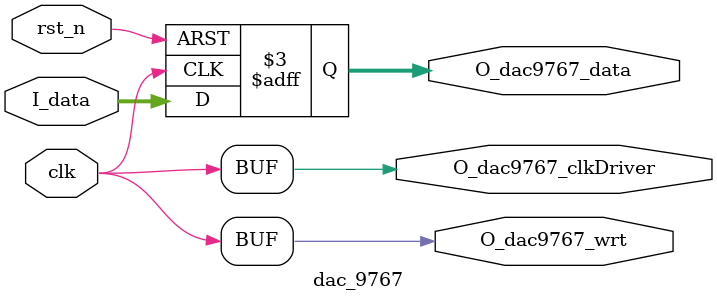
<source format=v>
`timescale 1ns / 1ps


module dac_9767 (
    input  wire          clk,
    input  wire          rst_n,
    input  wire [14-1:0] I_data,
    output wire           O_dac9767_clkDriver,
    output reg  [14-1:0] O_dac9767_data,
    output wire           O_dac9767_wrt
);
  assign O_dac9767_wrt = clk;
  assign O_dac9767_clkDriver = clk;

    always @(negedge clk or negedge rst_n) begin
        if(~rst_n)begin
            O_dac9767_data<=0;
        end else begin
            O_dac9767_data<=I_data;
        end
    end

endmodule

</source>
